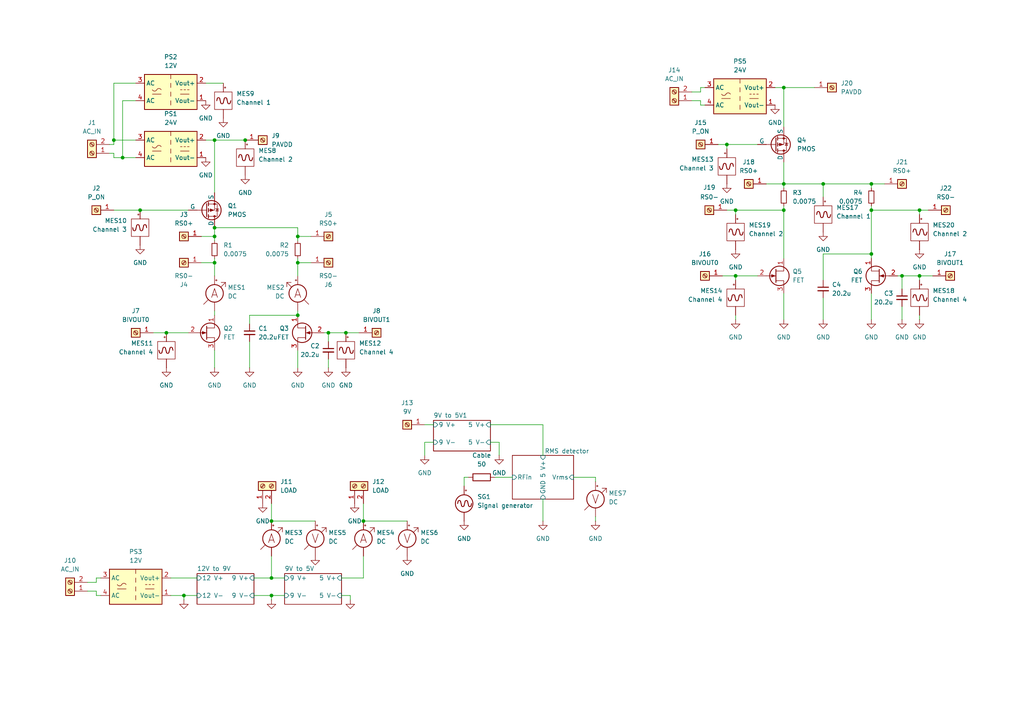
<source format=kicad_sch>
(kicad_sch (version 20250114) (generator "eeschema") (generator_version "9.0")
  (paper "A4")
  (lib_symbols
    (symbol "Connector:Screw_Terminal_01x01" (pin_names (offset 1.016) (hide yes))
      (property "Reference" "J" (at 0 2.54 0))
      (property "Value" "Screw_Terminal_01x01" (at 0 -2.54 0))
      (symbol "Screw_Terminal_01x01_1_1"
        (rectangle (start -1.27 1.27) (end 1.27 -1.27) (stroke (width 0.254)) (fill (type background)))
        (polyline (pts (xy -0.5334 0.3302) (xy 0.3302 -0.508)) (stroke (width 0.1524)))
        (polyline (pts (xy -0.3556 0.508) (xy 0.508 -0.3302)) (stroke (width 0.1524)))
        (circle (center 0 0) (radius 0.635) (stroke (width 0.1524)))
        (pin passive line (at -5.08 0 0) (length 3.81) (name "Pin_1") (number "1"))
      )
    )
    (symbol "Connector:Screw_Terminal_01x02" (pin_names (offset 1.016) (hide yes))
      (property "Reference" "J" (at 0 2.54 0))
      (property "Value" "Screw_Terminal_01x02" (at 0 -5.08 0))
      (symbol "Screw_Terminal_01x02_1_1"
        (rectangle (start -1.27 1.27) (end 1.27 -3.81) (stroke (width 0.254)) (fill (type background)))
        (polyline (pts (xy -0.5334 0.3302) (xy 0.3302 -0.508)) (stroke (width 0.1524)))
        (polyline (pts (xy -0.5334 -2.2098) (xy 0.3302 -3.048)) (stroke (width 0.1524)))
        (polyline (pts (xy -0.3556 0.508) (xy 0.508 -0.3302)) (stroke (width 0.1524)))
        (polyline (pts (xy -0.3556 -2.032) (xy 0.508 -2.8702)) (stroke (width 0.1524)))
        (circle (center 0 0) (radius 0.635) (stroke (width 0.1524)))
        (circle (center 0 -2.54) (radius 0.635) (stroke (width 0.1524)))
        (pin passive line (at -5.08 0 0) (length 3.81) (name "Pin_1") (number "1"))
        (pin passive line (at -5.08 -2.54 0) (length 3.81) (name "Pin_2") (number "2"))
      )
    )
    (symbol "Converter_ACDC:TMLM05103"
      (property "Reference" "PS" (at 0 6.35 0))
      (property "Value" "TMLM05103" (at 0 -6.35 0))
      (symbol "TMLM05103_0_1"
        (rectangle (start -7.62 5.08) (end 7.62 -5.08) (stroke (width 0.254)) (fill (type background)))
        (polyline (pts (xy -5.334 -0.635) (xy -2.794 -0.635)))
        (arc (start -4.064 0.635) (mid -4.699 0.2495) (end -5.334 0.635))
        (arc (start -4.064 0.635) (mid -3.429 1.0072) (end -2.794 0.635))
        (polyline (pts (xy 0 5.08) (xy 0 3.81)))
        (polyline (pts (xy 0 2.54) (xy 0 1.27)))
        (polyline (pts (xy 0 0) (xy 0 -1.27)))
        (polyline (pts (xy 0 -2.54) (xy 0 -3.81)))
        (polyline (pts (xy 2.794 0.635) (xy 3.302 0.635)))
        (polyline (pts (xy 2.794 -0.635) (xy 5.334 -0.635)))
        (polyline (pts (xy 3.81 0.635) (xy 4.318 0.635)))
        (polyline (pts (xy 4.826 0.635) (xy 5.334 0.635)))
      )
      (symbol "TMLM05103_1_1"
        (pin power_in line (at -10.16 2.54 0) (length 2.54) (name "AC") (number "3"))
        (pin power_in line (at -10.16 -2.54 0) (length 2.54) (name "AC") (number "4"))
        (pin power_out line (at 10.16 2.54 180) (length 2.54) (name "Vout+") (number "2"))
        (pin power_out line (at 10.16 -2.54 180) (length 2.54) (name "Vout-") (number "1"))
      )
    )
    (symbol "Device:Ammeter_DC" (pin_numbers (hide yes)) (pin_names (offset 0.0254) (hide yes))
      (property "Reference" "MES" (at -3.302 1.016 0))
      (property "Value" "Ammeter_DC" (at -3.302 -0.762 0))
      (symbol "Ammeter_DC_0_0"
        (polyline (pts (xy -3.175 -3.175) (xy -1.905 -1.905)))
        (polyline (pts (xy 1.905 3.175) (xy 3.175 3.175) (xy 3.175 1.905)))
        (polyline (pts (xy 1.905 1.905) (xy 3.175 3.175)))
        (text "A" (at 0 0 0) (effects (font (size 2.54 2.54))))
      )
      (symbol "Ammeter_DC_0_1"
        (circle (center 0 0) (radius 2.54) (stroke (width 0.254)))
        (polyline (pts (xy 0.254 3.81) (xy 0.762 3.81)))
        (polyline (pts (xy 0.508 4.064) (xy 0.508 3.556)))
      )
      (symbol "Ammeter_DC_1_1"
        (pin passive line (at 0 5.08 270) (length 2.54) (name "+") (number "2"))
        (pin passive line (at 0 -5.08 90) (length 2.54) (name "-") (number "1"))
      )
    )
    (symbol "Device:C_Small" (pin_numbers (hide yes)) (pin_names (offset 0.254) (hide yes))
      (property "Reference" "C" (at 0.254 1.778 0))
      (property "Value" "C_Small" (at 0.254 -2.032 0))
      (symbol "C_Small_0_1"
        (polyline (pts (xy -1.524 0.508) (xy 1.524 0.508)) (stroke (width 0.3048)))
        (polyline (pts (xy -1.524 -0.508) (xy 1.524 -0.508)) (stroke (width 0.3302)))
      )
      (symbol "C_Small_1_1"
        (pin passive line (at 0 2.54 270) (length 2.032) (name "~") (number "1"))
        (pin passive line (at 0 -2.54 90) (length 2.032) (name "~") (number "2"))
      )
    )
    (symbol "Device:Oscilloscope" (pin_numbers (hide yes)) (pin_names (offset 0.0254) (hide yes))
      (property "Reference" "MES" (at -3.302 1.016 0))
      (property "Value" "Oscilloscope" (at -3.302 -0.762 0))
      (symbol "Oscilloscope_0_0"
        (polyline (pts (xy -1.778 0.508) (xy -1.905 0)) (stroke (width 0.254)))
        (arc (start -1.778 0.508) (mid -1.397 0.8874) (end -1.016 0.508) (stroke (width 0.254)))
        (polyline (pts (xy -1.016 0.508) (xy -0.762 -0.508)) (stroke (width 0.254)))
        (arc (start 0 -0.508) (mid -0.381 -0.8874) (end -0.762 -0.508) (stroke (width 0.254)))
        (polyline (pts (xy 0 -0.508) (xy 0.254 0.508)) (stroke (width 0.254)))
        (arc (start 0.254 0.508) (mid 0.635 0.8874) (end 1.016 0.508) (stroke (width 0.254)))
        (polyline (pts (xy 1.016 0.508) (xy 1.27 -0.508)) (stroke (width 0.254)))
        (arc (start 2.032 -0.508) (mid 1.651 -0.8874) (end 1.27 -0.508) (stroke (width 0.254)))
        (polyline (pts (xy 2.032 -0.508) (xy 2.159 0)) (stroke (width 0.254)))
      )
      (symbol "Oscilloscope_0_1"
        (circle (center 0 0) (radius 2.54) (stroke (width 0.254)))
        (polyline (pts (xy 0.254 3.81) (xy 0.762 3.81)))
        (polyline (pts (xy 0.508 4.064) (xy 0.508 3.556)))
      )
      (symbol "Oscilloscope_1_1"
        (pin passive line (at 0 5.08 270) (length 2.54) (name "+") (number "2"))
        (pin passive line (at 0 -5.08 90) (length 2.54) (name "-") (number "1"))
      )
    )
    (symbol "Device:R" (pin_numbers (hide yes)) (pin_names (offset 0))
      (property "Reference" "R" (at 2.032 0 90))
      (property "Value" "R" (at 0 0 90))
      (symbol "R_0_1"
        (rectangle (start -1.016 -2.54) (end 1.016 2.54) (stroke (width 0.254)))
      )
      (symbol "R_1_1"
        (pin passive line (at 0 3.81 270) (length 1.27) (name "~") (number "1"))
        (pin passive line (at 0 -3.81 90) (length 1.27) (name "~") (number "2"))
      )
    )
    (symbol "Device:R_Small" (pin_numbers (hide yes)) (pin_names (offset 0.254) (hide yes))
      (property "Reference" "R" (at 0.762 0.508 0))
      (property "Value" "R_Small" (at 0.762 -1.016 0))
      (symbol "R_Small_0_1"
        (rectangle (start -0.762 1.778) (end 0.762 -1.778) (stroke (width 0.2032)))
      )
      (symbol "R_Small_1_1"
        (pin passive line (at 0 2.54 270) (length 0.762) (name "~") (number "1"))
        (pin passive line (at 0 -2.54 90) (length 0.762) (name "~") (number "2"))
      )
    )
    (symbol "Device:Voltmeter_DC" (pin_numbers (hide yes)) (pin_names (offset 0.0254) (hide yes))
      (property "Reference" "MES" (at -3.302 1.016 0))
      (property "Value" "Voltmeter_DC" (at -3.302 -0.762 0))
      (symbol "Voltmeter_DC_0_0"
        (polyline (pts (xy -3.175 -3.175) (xy -1.905 -1.905)))
        (polyline (pts (xy 1.905 3.175) (xy 3.175 3.175) (xy 3.175 1.905)))
        (polyline (pts (xy 1.905 1.905) (xy 3.175 3.175)))
        (text "V" (at 0 0 0) (effects (font (size 2.54 2.54))))
      )
      (symbol "Voltmeter_DC_0_1"
        (circle (center 0 0) (radius 2.54) (stroke (width 0.254)))
        (polyline (pts (xy 0.254 3.81) (xy 0.762 3.81)))
        (polyline (pts (xy 0.508 4.064) (xy 0.508 3.556)))
      )
      (symbol "Voltmeter_DC_1_1"
        (pin passive line (at 0 5.08 270) (length 2.54) (name "+") (number "2"))
        (pin passive line (at 0 -5.08 90) (length 2.54) (name "-") (number "1"))
      )
    )
    (symbol "New_Library:Oscilloscope_square" (pin_numbers (hide yes)) (pin_names (offset 0.0254) (hide yes))
      (property "Reference" "MES" (at -3.302 1.016 0))
      (property "Value" "Oscilloscope_square" (at -3.302 -0.762 0))
      (symbol "Oscilloscope_square_0_0"
        (polyline (pts (xy -1.778 0.508) (xy -1.905 0)) (stroke (width 0.254)))
        (arc (start -1.778 0.508) (mid -1.397 0.8874) (end -1.016 0.508) (stroke (width 0.254)))
        (polyline (pts (xy -1.016 0.508) (xy -0.762 -0.508)) (stroke (width 0.254)))
        (arc (start 0 -0.508) (mid -0.381 -0.8874) (end -0.762 -0.508) (stroke (width 0.254)))
        (polyline (pts (xy 0 -0.508) (xy 0.254 0.508)) (stroke (width 0.254)))
        (arc (start 0.254 0.508) (mid 0.635 0.8874) (end 1.016 0.508) (stroke (width 0.254)))
        (polyline (pts (xy 1.016 0.508) (xy 1.27 -0.508)) (stroke (width 0.254)))
        (arc (start 2.032 -0.508) (mid 1.651 -0.8874) (end 1.27 -0.508) (stroke (width 0.254)))
        (polyline (pts (xy 2.032 -0.508) (xy 2.159 0)) (stroke (width 0.254)))
      )
      (symbol "Oscilloscope_square_0_1"
        (rectangle (start -2.54 2.54) (end 2.54 -2.54))
        (polyline (pts (xy 0.254 3.81) (xy 0.762 3.81)))
        (polyline (pts (xy 0.508 4.064) (xy 0.508 3.556)))
      )
      (symbol "Oscilloscope_square_1_1"
        (pin passive line (at 0 5.08 270) (length 2.54) (name "+") (number "2"))
        (pin passive line (at 0 -5.08 90) (length 2.54) (name "-") (number "1"))
      )
    )
    (symbol "Simulation_SPICE:PMOS" (pin_numbers (hide yes)) (pin_names (offset 0))
      (property "Reference" "Q" (at 5.08 1.27 0))
      (property "Value" "PMOS" (at 5.08 -1.27 0))
      (symbol "PMOS_0_1"
        (polyline (pts (xy 0.254 1.905) (xy 0.254 -1.905)) (stroke (width 0.254)))
        (polyline (pts (xy 0.254 0) (xy -2.54 0)))
        (polyline (pts (xy 0.762 2.286) (xy 0.762 1.27)) (stroke (width 0.254)))
        (polyline (pts (xy 0.762 1.778) (xy 3.302 1.778) (xy 3.302 -1.778) (xy 0.762 -1.778)))
        (polyline (pts (xy 0.762 0.508) (xy 0.762 -0.508)) (stroke (width 0.254)))
        (polyline (pts (xy 0.762 -1.27) (xy 0.762 -2.286)) (stroke (width 0.254)))
        (circle (center 1.651 0) (radius 2.794) (stroke (width 0.254)))
        (polyline (pts (xy 2.286 0) (xy 1.27 0.381) (xy 1.27 -0.381) (xy 2.286 0)) (fill (type outline)))
        (polyline (pts (xy 2.54 2.54) (xy 2.54 1.778)))
        (circle (center 2.54 1.778) (radius 0.254) (fill (type outline)))
        (circle (center 2.54 -1.778) (radius 0.254) (fill (type outline)))
        (polyline (pts (xy 2.54 -2.54) (xy 2.54 0) (xy 0.762 0)))
        (polyline (pts (xy 2.794 -0.508) (xy 2.921 -0.381) (xy 3.683 -0.381) (xy 3.81 -0.254)))
        (polyline (pts (xy 3.302 -0.381) (xy 2.921 0.254) (xy 3.683 0.254) (xy 3.302 -0.381)))
      )
      (symbol "PMOS_1_1"
        (pin input line (at -5.08 0 0) (length 2.54) (name "G") (number "2"))
        (pin passive line (at 2.54 5.08 270) (length 2.54) (name "D") (number "1"))
        (pin passive line (at 2.54 -5.08 90) (length 2.54) (name "S") (number "3"))
      )
    )
    (symbol "Transistor_FET:BF244A" (pin_names (hide yes))
      (property "Reference" "Q" (at 5.08 1.905 0))
      (property "Value" "BF244A" (at 5.08 0 0))
      (symbol "BF244A_0_1"
        (polyline (pts (xy 0 0) (xy -1.016 0.381) (xy -1.016 -0.381) (xy 0 0)) (fill (type outline)))
        (polyline (pts (xy 0.254 1.905) (xy 0.254 -1.905)) (stroke (width 0.254)))
        (polyline (pts (xy 0.254 0) (xy -2.54 0)))
        (circle (center 1.27 0) (radius 2.8194) (stroke (width 0.254)))
        (polyline (pts (xy 2.54 2.54) (xy 2.54 1.397) (xy 0.254 1.397)))
        (polyline (pts (xy 2.54 -2.54) (xy 2.54 -1.397) (xy 0.254 -1.397)))
      )
      (symbol "BF244A_1_1"
        (pin input line (at -5.08 0 0) (length 2.54) (name "G") (number "2"))
        (pin passive line (at 2.54 5.08 270) (length 2.54) (name "D") (number "1"))
        (pin passive line (at 2.54 -5.08 90) (length 2.54) (name "S") (number "3"))
      )
    )
    (symbol "power:GND" (power) (pin_numbers (hide yes)) (pin_names (offset 0) (hide yes))
      (property "Value" "GND" (at 0 -3.81 0))
      (symbol "GND_0_1"
        (polyline (pts (xy 0 0) (xy 0 -1.27) (xy 1.27 -1.27) (xy 0 -2.54) (xy -1.27 -1.27) (xy 0 -1.27)))
      )
      (symbol "GND_1_1"
        (pin power_in line (at 0 0 270) (length 0) (name "~") (number "1"))
      )
    )
  )
  (junction (at 33.02 40.64))
  (junction (at 100.33 96.52))
  (junction (at 62.23 40.64))
  (junction (at 252.73 60.96))
  (junction (at 266.7 80.01))
  (junction (at 86.36 76.2))
  (junction (at 252.73 73.66))
  (junction (at 86.36 68.58))
  (junction (at 227.33 53.34))
  (junction (at 95.25 96.52))
  (junction (at 252.73 53.34))
  (junction (at 35.56 45.72))
  (junction (at 62.23 76.2))
  (junction (at 261.62 80.01))
  (junction (at 213.36 80.01))
  (junction (at 78.74 151.13))
  (junction (at 48.26 96.52))
  (junction (at 71.12 40.64))
  (junction (at 62.23 68.58))
  (junction (at 78.74 172.72))
  (junction (at 227.33 25.4))
  (junction (at 86.36 91.44))
  (junction (at 213.36 60.96))
  (junction (at 238.76 53.34))
  (junction (at 53.34 172.72))
  (junction (at 78.74 167.64))
  (junction (at 266.7 60.96))
  (junction (at 210.82 41.91))
  (junction (at 40.64 60.96))
  (junction (at 105.41 151.13))
  (junction (at 227.33 60.96))
  (junction (at 62.23 66.04))
  (wire (pts (xy 125.73 128.27) (xy 123.19 128.27)))
  (wire (pts (xy 238.76 73.66) (xy 238.76 81.28)))
  (wire (pts (xy 203.2 26.67) (xy 203.2 25.4)))
  (wire (pts (xy 261.62 80.01) (xy 266.7 80.01)))
  (wire (pts (xy 134.62 138.43) (xy 135.89 138.43)))
  (wire (pts (xy 213.36 60.96) (xy 227.33 60.96)))
  (wire (pts (xy 33.02 41.91) (xy 33.02 40.64)))
  (wire (pts (xy 123.19 128.27) (xy 123.19 132.08)))
  (wire (pts (xy 266.7 60.96) (xy 269.24 60.96)))
  (wire (pts (xy 33.02 44.45) (xy 33.02 45.72)))
  (wire (pts (xy 86.36 91.44) (xy 86.36 90.17)))
  (wire (pts (xy 213.36 91.44) (xy 213.36 92.71)))
  (wire (pts (xy 252.73 73.66) (xy 238.76 73.66)))
  (wire (pts (xy 62.23 66.04) (xy 86.36 66.04)))
  (wire (pts (xy 72.39 91.44) (xy 86.36 91.44)))
  (wire (pts (xy 93.98 96.52) (xy 95.25 96.52)))
  (wire (pts (xy 134.62 140.97) (xy 134.62 138.43)))
  (wire (pts (xy 33.02 60.96) (xy 40.64 60.96)))
  (wire (pts (xy 227.33 25.4) (xy 227.33 36.83)))
  (wire (pts (xy 72.39 91.44) (xy 72.39 93.98)))
  (wire (pts (xy 224.79 25.4) (xy 227.33 25.4)))
  (wire (pts (xy 49.53 167.64) (xy 57.15 167.64)))
  (wire (pts (xy 144.78 128.27) (xy 144.78 132.08)))
  (wire (pts (xy 33.02 24.13) (xy 39.37 24.13)))
  (wire (pts (xy 213.36 60.96) (xy 213.36 62.23)))
  (wire (pts (xy 86.36 76.2) (xy 90.17 76.2)))
  (wire (pts (xy 35.56 45.72) (xy 35.56 29.21)))
  (wire (pts (xy 44.45 96.52) (xy 48.26 96.52)))
  (wire (pts (xy 72.39 99.06) (xy 72.39 106.68)))
  (wire (pts (xy 27.94 171.45) (xy 27.94 172.72)))
  (wire (pts (xy 33.02 40.64) (xy 33.02 24.13)))
  (wire (pts (xy 27.94 167.64) (xy 29.21 167.64)))
  (wire (pts (xy 200.66 29.21) (xy 203.2 29.21)))
  (wire (pts (xy 238.76 53.34) (xy 252.73 53.34)))
  (wire (pts (xy 261.62 80.01) (xy 261.62 83.82)))
  (wire (pts (xy 123.19 123.19) (xy 125.73 123.19)))
  (wire (pts (xy 227.33 60.96) (xy 227.33 74.93)))
  (wire (pts (xy 227.33 53.34) (xy 238.76 53.34)))
  (wire (pts (xy 53.34 172.72) (xy 57.15 172.72)))
  (wire (pts (xy 100.33 96.52) (xy 104.14 96.52)))
  (wire (pts (xy 172.72 138.43) (xy 172.72 139.7)))
  (wire (pts (xy 99.06 172.72) (xy 101.6 172.72)))
  (wire (pts (xy 252.73 59.69) (xy 252.73 60.96)))
  (wire (pts (xy 59.69 40.64) (xy 62.23 40.64)))
  (wire (pts (xy 31.75 44.45) (xy 33.02 44.45)))
  (wire (pts (xy 78.74 161.29) (xy 78.74 167.64)))
  (wire (pts (xy 227.33 53.34) (xy 227.33 54.61)))
  (wire (pts (xy 35.56 45.72) (xy 39.37 45.72)))
  (wire (pts (xy 172.72 151.13) (xy 172.72 149.86)))
  (wire (pts (xy 261.62 88.9) (xy 261.62 92.71)))
  (wire (pts (xy 86.36 74.93) (xy 86.36 76.2)))
  (wire (pts (xy 227.33 92.71) (xy 227.33 85.09)))
  (wire (pts (xy 48.26 96.52) (xy 54.61 96.52)))
  (wire (pts (xy 252.73 92.71) (xy 252.73 85.09)))
  (wire (pts (xy 62.23 68.58) (xy 62.23 69.85)))
  (wire (pts (xy 78.74 172.72) (xy 78.74 173.99)))
  (wire (pts (xy 62.23 74.93) (xy 62.23 76.2)))
  (wire (pts (xy 260.35 80.01) (xy 261.62 80.01)))
  (wire (pts (xy 78.74 167.64) (xy 73.66 167.64)))
  (wire (pts (xy 73.66 172.72) (xy 78.74 172.72)))
  (wire (pts (xy 95.25 96.52) (xy 100.33 96.52)))
  (wire (pts (xy 142.24 123.19) (xy 157.48 123.19)))
  (wire (pts (xy 210.82 41.91) (xy 219.71 41.91)))
  (wire (pts (xy 142.24 128.27) (xy 144.78 128.27)))
  (wire (pts (xy 213.36 81.28) (xy 213.36 80.01)))
  (wire (pts (xy 166.37 138.43) (xy 172.72 138.43)))
  (wire (pts (xy 157.48 123.19) (xy 157.48 132.08)))
  (wire (pts (xy 62.23 91.44) (xy 62.23 90.17)))
  (wire (pts (xy 62.23 66.04) (xy 62.23 68.58)))
  (wire (pts (xy 86.36 76.2) (xy 86.36 80.01)))
  (wire (pts (xy 227.33 46.99) (xy 227.33 53.34)))
  (wire (pts (xy 252.73 60.96) (xy 252.73 73.66)))
  (wire (pts (xy 208.28 41.91) (xy 210.82 41.91)))
  (wire (pts (xy 209.55 80.01) (xy 213.36 80.01)))
  (wire (pts (xy 238.76 53.34) (xy 238.76 57.15)))
  (wire (pts (xy 266.7 80.01) (xy 266.7 81.28)))
  (wire (pts (xy 49.53 172.72) (xy 53.34 172.72)))
  (wire (pts (xy 213.36 80.01) (xy 219.71 80.01)))
  (wire (pts (xy 62.23 76.2) (xy 62.23 80.01)))
  (wire (pts (xy 203.2 25.4) (xy 204.47 25.4)))
  (wire (pts (xy 78.74 146.05) (xy 78.74 151.13)))
  (wire (pts (xy 78.74 167.64) (xy 82.55 167.64)))
  (wire (pts (xy 210.82 60.96) (xy 213.36 60.96)))
  (wire (pts (xy 78.74 172.72) (xy 82.55 172.72)))
  (wire (pts (xy 266.7 80.01) (xy 270.51 80.01)))
  (wire (pts (xy 105.41 167.64) (xy 105.41 161.29)))
  (wire (pts (xy 53.34 172.72) (xy 53.34 173.99)))
  (wire (pts (xy 222.25 53.34) (xy 227.33 53.34)))
  (wire (pts (xy 252.73 73.66) (xy 252.73 74.93)))
  (wire (pts (xy 25.4 171.45) (xy 27.94 171.45)))
  (wire (pts (xy 227.33 59.69) (xy 227.33 60.96)))
  (wire (pts (xy 58.42 68.58) (xy 62.23 68.58)))
  (wire (pts (xy 227.33 25.4) (xy 236.22 25.4)))
  (wire (pts (xy 31.75 41.91) (xy 33.02 41.91)))
  (wire (pts (xy 157.48 144.78) (xy 157.48 151.13)))
  (wire (pts (xy 78.74 151.13) (xy 91.44 151.13)))
  (wire (pts (xy 238.76 86.36) (xy 238.76 92.71)))
  (wire (pts (xy 62.23 106.68) (xy 62.23 101.6)))
  (wire (pts (xy 95.25 96.52) (xy 95.25 99.06)))
  (wire (pts (xy 252.73 60.96) (xy 266.7 60.96)))
  (wire (pts (xy 252.73 53.34) (xy 256.54 53.34)))
  (wire (pts (xy 99.06 167.64) (xy 105.41 167.64)))
  (wire (pts (xy 266.7 60.96) (xy 266.7 62.23)))
  (wire (pts (xy 62.23 40.64) (xy 62.23 55.88)))
  (wire (pts (xy 86.36 68.58) (xy 86.36 66.04)))
  (wire (pts (xy 95.25 104.14) (xy 95.25 106.68)))
  (wire (pts (xy 58.42 76.2) (xy 62.23 76.2)))
  (wire (pts (xy 86.36 68.58) (xy 86.36 69.85)))
  (wire (pts (xy 27.94 172.72) (xy 29.21 172.72)))
  (wire (pts (xy 25.4 168.91) (xy 27.94 168.91)))
  (wire (pts (xy 266.7 92.71) (xy 266.7 91.44)))
  (wire (pts (xy 86.36 68.58) (xy 90.17 68.58)))
  (wire (pts (xy 252.73 53.34) (xy 252.73 54.61)))
  (wire (pts (xy 105.41 151.13) (xy 118.11 151.13)))
  (wire (pts (xy 59.69 24.13) (xy 64.77 24.13)))
  (wire (pts (xy 105.41 146.05) (xy 105.41 151.13)))
  (wire (pts (xy 86.36 101.6) (xy 86.36 106.68)))
  (wire (pts (xy 200.66 26.67) (xy 203.2 26.67)))
  (wire (pts (xy 203.2 29.21) (xy 203.2 30.48)))
  (wire (pts (xy 35.56 29.21) (xy 39.37 29.21)))
  (wire (pts (xy 143.51 138.43) (xy 148.59 138.43)))
  (wire (pts (xy 33.02 40.64) (xy 39.37 40.64)))
  (wire (pts (xy 101.6 172.72) (xy 101.6 173.99)))
  (wire (pts (xy 210.82 43.18) (xy 210.82 41.91)))
  (wire (pts (xy 27.94 168.91) (xy 27.94 167.64)))
  (wire (pts (xy 33.02 45.72) (xy 35.56 45.72)))
  (wire (pts (xy 203.2 30.48) (xy 204.47 30.48)))
  (wire (pts (xy 62.23 40.64) (xy 71.12 40.64)))
  (wire (pts (xy 40.64 60.96) (xy 54.61 60.96)))
  (symbol (lib_id "Simulation_SPICE:PMOS") (at 224.79 41.91 0) (mirror x) (unit 1)
    (property "Reference" "Q4" (at 231.14 40.6399 0) (effects (justify left)))
    (property "Value" "PMOS" (at 231.14 43.1799 0) (effects (justify left)))
    (property "Footprint" "Package_TO_SOT_SMD:TO-263-2" (effects (hide yes)))
    (property "Datasheet" "https://ngspice.sourceforge.io/docs/ngspice-html-manual/manual.xhtml#cha_MOSFETs" (effects (hide yes)))
    (property "Description" "P-MOSFET transistor, drain/source/gate" (effects (hide yes)))
    (property "Sim.Device" "PMOS" (effects (hide yes)))
    (property "Sim.Type" "VDMOS" (effects (hide yes)))
    (property "Sim.Pins" "1=G 2=D 3=S" (effects (hide yes)))
  )
  (symbol (lib_id "power:GND") (at 210.82 53.34 0) (unit 1)
    (property "Reference" "#PWR010" (effects (hide yes)))
    (property "Value" "GND" (at 210.82 58.42 0))
    (property "Description" "Power symbol creates a global label with name \"GND\" , ground" (effects (hide yes)))
  )
  (symbol (lib_id "Device:Ammeter_DC") (at 86.36 85.09 0) (mirror y) (unit 1)
    (property "Reference" "MES2" (at 82.55 83.3754 0) (effects (justify left)))
    (property "Value" "DC" (at 82.55 85.9154 0) (effects (justify left)))
    (property "Description" "DC ammeter" (effects (hide yes)))
  )
  (symbol (lib_id "Device:Voltmeter_DC") (at 118.11 156.21 0) (unit 1)
    (property "Reference" "MES6" (at 121.92 154.4954 0) (effects (justify left)))
    (property "Value" "DC" (at 121.92 157.0354 0) (effects (justify left)))
    (property "Description" "DC voltmeter" (effects (hide yes)))
  )
  (symbol (lib_id "New_Library:Oscilloscope_square") (at 213.36 67.31 0) (unit 1)
    (property "Reference" "MES19" (at 217.17 65.2779 0) (effects (justify left)))
    (property "Value" "Channel 2" (at 217.17 67.8179 0) (effects (justify left)))
    (property "Description" "Oscilloscope" (effects (hide yes)))
  )
  (symbol (lib_id "power:GND") (at 252.73 92.71 0) (unit 1)
    (property "Reference" "#PWR018" (effects (hide yes)))
    (property "Value" "GND" (at 252.73 97.79 0))
    (property "Description" "Power symbol creates a global label with name \"GND\" , ground" (effects (hide yes)))
  )
  (symbol (lib_id "power:GND") (at 157.48 151.13 0) (unit 1)
    (property "Reference" "#PWR033" (effects (hide yes)))
    (property "Value" "GND" (at 157.48 156.21 0))
    (property "Description" "Power symbol creates a global label with name \"GND\" , ground" (effects (hide yes)))
  )
  (symbol (lib_id "power:GND") (at 102.87 146.05 0) (unit 1)
    (property "Reference" "#PWR028" (effects (hide yes)))
    (property "Value" "GND" (at 102.87 151.13 0))
    (property "Description" "Power symbol creates a global label with name \"GND\" , ground" (effects (hide yes)))
  )
  (symbol (lib_id "Converter_ACDC:TMLM05103") (at 214.63 27.94 0) (unit 1)
    (property "Reference" "PS5" (at 214.63 17.78 0))
    (property "Value" "24V" (at 214.63 20.32 0))
    (property "Footprint" "Converter_ACDC:Converter_ACDC_TRACO_TMLM-05_THT" (effects (hide yes)))
    (property "Datasheet" "https://www.tracopower.com/products/tmlm.pdf" (effects (hide yes)))
    (property "Description" "3.3V 1250mA AC/DC low noise power module" (effects (hide yes)))
  )
  (symbol (lib_id "Device:C_Small") (at 95.25 101.6 0) (mirror y) (unit 1)
    (property "Reference" "C2" (at 92.71 100.3362 0) (effects (justify left)))
    (property "Value" "20.2u" (at 92.71 102.8762 0) (effects (justify left)))
    (property "Description" "Unpolarized capacitor, small symbol" (effects (hide yes)))
  )
  (symbol (lib_id "power:GND") (at 144.78 132.08 0) (unit 1)
    (property "Reference" "#PWR034" (effects (hide yes)))
    (property "Value" "GND" (at 144.78 137.16 0))
    (property "Description" "Power symbol creates a global label with name \"GND\" , ground" (effects (hide yes)))
  )
  (symbol (lib_id "Device:Ammeter_DC") (at 78.74 156.21 0) (unit 1)
    (property "Reference" "MES3" (at 82.55 154.4954 0) (effects (justify left)))
    (property "Value" "DC" (at 82.55 157.0354 0) (effects (justify left)))
    (property "Description" "DC ammeter" (effects (hide yes)))
  )
  (symbol (lib_id "Connector:Screw_Terminal_01x01") (at 205.74 60.96 180) (unit 1)
    (property "Reference" "J19" (at 205.74 54.356 0))
    (property "Value" "RS0-" (at 205.74 57.15 0))
    (property "Description" "Generic screw terminal, single row, 01x01, script generated (kicad-library-utils/schlib/autogen/connector/)" (effects (hide yes)))
  )
  (symbol (lib_id "power:GND") (at 123.19 132.08 0) (unit 1)
    (property "Reference" "#PWR035" (effects (hide yes)))
    (property "Value" "GND" (at 123.19 137.16 0))
    (property "Description" "Power symbol creates a global label with name \"GND\" , ground" (effects (hide yes)))
  )
  (symbol (lib_id "Device:R_Small") (at 252.73 57.15 0) (mirror y) (unit 1)
    (property "Reference" "R4" (at 250.19 55.8799 0) (effects (justify left)))
    (property "Value" "0.0075" (at 250.19 58.4199 0) (effects (justify left)))
    (property "Footprint" "Resistor_SMD:R_2512_6332Metric" (effects (hide yes)))
    (property "Description" "Resistor, small symbol" (effects (hide yes)))
  )
  (symbol (lib_id "Connector:Screw_Terminal_01x02") (at 195.58 29.21 180) (unit 1)
    (property "Reference" "J14" (at 195.58 20.32 0))
    (property "Value" "AC_IN" (at 195.58 22.86 0))
    (property "Description" "Generic screw terminal, single row, 01x02, script generated (kicad-library-utils/schlib/autogen/connector/)" (effects (hide yes)))
  )
  (symbol (lib_id "power:GND") (at 238.76 92.71 0) (unit 1)
    (property "Reference" "#PWR016" (effects (hide yes)))
    (property "Value" "GND" (at 238.76 97.79 0))
    (property "Description" "Power symbol creates a global label with name \"GND\" , ground" (effects (hide yes)))
  )
  (symbol (lib_id "Connector:Screw_Terminal_01x01") (at 274.32 60.96 0) (mirror x) (unit 1)
    (property "Reference" "J22" (at 274.32 54.61 0))
    (property "Value" "RS0-" (at 274.32 57.15 0))
    (property "Description" "Generic screw terminal, single row, 01x01, script generated (kicad-library-utils/schlib/autogen/connector/)" (effects (hide yes)))
  )
  (symbol (lib_id "Device:R_Small") (at 227.33 57.15 0) (unit 1)
    (property "Reference" "R3" (at 229.87 55.8799 0) (effects (justify left)))
    (property "Value" "0.0075" (at 229.87 58.4199 0) (effects (justify left)))
    (property "Footprint" "Resistor_SMD:R_2512_6332Metric" (effects (hide yes)))
    (property "Description" "Resistor, small symbol" (effects (hide yes)))
  )
  (symbol (lib_id "power:GND") (at 62.23 106.68 0) (unit 1)
    (property "Reference" "#PWR02" (effects (hide yes)))
    (property "Value" "GND" (at 62.23 111.76 0))
    (property "Description" "Power symbol creates a global label with name \"GND\" , ground" (effects (hide yes)))
  )
  (symbol (lib_id "Device:C_Small") (at 72.39 96.52 0) (unit 1)
    (property "Reference" "C1" (at 74.93 95.2562 0) (effects (justify left)))
    (property "Value" "20.2u" (at 74.93 97.7962 0) (effects (justify left)))
    (property "Description" "Unpolarized capacitor, small symbol" (effects (hide yes)))
  )
  (symbol (lib_id "power:GND") (at 71.12 50.8 0) (unit 1)
    (property "Reference" "#PWR04" (effects (hide yes)))
    (property "Value" "GND" (at 71.12 55.88 0))
    (property "Description" "Power symbol creates a global label with name \"GND\" , ground" (effects (hide yes)))
  )
  (symbol (lib_id "Transistor_FET:BF244A") (at 88.9 96.52 0) (mirror y) (unit 1)
    (property "Reference" "Q3" (at 83.82 95.2499 0) (effects (justify left)))
    (property "Value" "FET" (at 83.82 97.7899 0) (effects (justify left)))
    (property "Footprint" "Package_TO_SOT_THT:TO-92_Inline" (effects (hide yes)))
    (property "Datasheet" "https://media.digikey.com/pdf/Data%20Sheets/Fairchild%20PDFs/BF244x.pdf" (effects (hide yes)))
    (property "Description" "50mA Id, 30V Vgs, N-Channel FET Transistor, TO-92" (effects (hide yes)))
  )
  (symbol (lib_id "Connector:Screw_Terminal_01x01") (at 95.25 68.58 0) (mirror x) (unit 1)
    (property "Reference" "J5" (at 95.25 62.23 0))
    (property "Value" "RS0+" (at 95.25 64.77 0))
    (property "Description" "Generic screw terminal, single row, 01x01, script generated (kicad-library-utils/schlib/autogen/connector/)" (effects (hide yes)))
  )
  (symbol (lib_id "Device:Voltmeter_DC") (at 172.72 144.78 0) (unit 1)
    (property "Reference" "MES7" (at 176.53 143.0654 0) (effects (justify left)))
    (property "Value" "DC" (at 176.53 145.6054 0) (effects (justify left)))
    (property "Description" "DC voltmeter" (effects (hide yes)))
  )
  (symbol (lib_id "power:GND") (at 91.44 161.29 0) (unit 1)
    (property "Reference" "#PWR029" (effects (hide yes)))
    (property "Value" "GND" (effects (hide yes)))
    (property "Description" "Power symbol creates a global label with name \"GND\" , ground" (effects (hide yes)))
  )
  (symbol (lib_id "New_Library:Oscilloscope_square") (at 266.7 86.36 0) (unit 1)
    (property "Reference" "MES18" (at 270.51 84.3279 0) (effects (justify left)))
    (property "Value" "Channel 4" (at 270.51 86.8679 0) (effects (justify left)))
    (property "Description" "Oscilloscope" (effects (hide yes)))
  )
  (symbol (lib_id "Connector:Screw_Terminal_01x02") (at 76.2 140.97 90) (unit 1)
    (property "Reference" "J11" (at 81.28 139.6999 90) (effects (justify right)))
    (property "Value" "LOAD" (at 81.28 142.2399 90) (effects (justify right)))
    (property "Description" "Generic screw terminal, single row, 01x02, script generated (kicad-library-utils/schlib/autogen/connector/)" (effects (hide yes)))
  )
  (symbol (lib_id "New_Library:Oscilloscope_square") (at 210.82 48.26 0) (mirror y) (unit 1)
    (property "Reference" "MES13" (at 207.01 46.2279 0) (effects (justify left)))
    (property "Value" "Channel 3" (at 207.01 48.7679 0) (effects (justify left)))
    (property "Description" "Oscilloscope" (effects (hide yes)))
  )
  (symbol (lib_id "Connector:Screw_Terminal_01x01") (at 109.22 96.52 0) (mirror x) (unit 1)
    (property "Reference" "J8" (at 109.22 90.17 0))
    (property "Value" "BIVOUT1" (at 109.22 92.71 0))
    (property "Description" "Generic screw terminal, single row, 01x01, script generated (kicad-library-utils/schlib/autogen/connector/)" (effects (hide yes)))
  )
  (symbol (lib_id "Transistor_FET:BF244A") (at 255.27 80.01 0) (mirror y) (unit 1)
    (property "Reference" "Q6" (at 250.19 78.7399 0) (effects (justify left)))
    (property "Value" "FET" (at 250.19 81.2799 0) (effects (justify left)))
    (property "Footprint" "Package_TO_SOT_THT:TO-92_Inline" (effects (hide yes)))
    (property "Datasheet" "https://media.digikey.com/pdf/Data%20Sheets/Fairchild%20PDFs/BF244x.pdf" (effects (hide yes)))
    (property "Description" "50mA Id, 30V Vgs, N-Channel FET Transistor, TO-92" (effects (hide yes)))
  )
  (symbol (lib_id "Converter_ACDC:TMLM05103") (at 39.37 170.18 0) (unit 1)
    (property "Reference" "PS3" (at 39.37 160.02 0))
    (property "Value" "12V" (at 39.37 162.56 0))
    (property "Footprint" "Converter_ACDC:Converter_ACDC_TRACO_TMLM-05_THT" (effects (hide yes)))
    (property "Datasheet" "https://www.tracopower.com/products/tmlm.pdf" (effects (hide yes)))
    (property "Description" "3.3V 1250mA AC/DC low noise power module" (effects (hide yes)))
  )
  (symbol (lib_id "Connector:Screw_Terminal_01x01") (at 204.47 80.01 180) (unit 1)
    (property "Reference" "J16" (at 204.47 73.66 0))
    (property "Value" "BIVOUT0" (at 204.47 76.2 0))
    (property "Description" "Generic screw terminal, single row, 01x01, script generated (kicad-library-utils/schlib/autogen/connector/)" (effects (hide yes)))
  )
  (symbol (lib_id "Connector:Screw_Terminal_01x01") (at 39.37 96.52 180) (unit 1)
    (property "Reference" "J7" (at 39.37 90.17 0))
    (property "Value" "BIVOUT0" (at 39.37 92.71 0))
    (property "Description" "Generic screw terminal, single row, 01x01, script generated (kicad-library-utils/schlib/autogen/connector/)" (effects (hide yes)))
  )
  (symbol (lib_id "Connector:Screw_Terminal_01x02") (at 20.32 171.45 180) (unit 1)
    (property "Reference" "J10" (at 20.32 162.56 0))
    (property "Value" "AC_IN" (at 20.32 165.1 0))
    (property "Description" "Generic screw terminal, single row, 01x02, script generated (kicad-library-utils/schlib/autogen/connector/)" (effects (hide yes)))
  )
  (symbol (lib_id "New_Library:Oscilloscope_square") (at 64.77 29.21 0) (unit 1)
    (property "Reference" "MES9" (at 68.58 27.1779 0) (effects (justify left)))
    (property "Value" "Channel 1" (at 68.58 29.7179 0) (effects (justify left)))
    (property "Description" "Oscilloscope" (effects (hide yes)))
  )
  (symbol (lib_id "Connector:Screw_Terminal_01x02") (at 102.87 140.97 90) (unit 1)
    (property "Reference" "J12" (at 107.95 139.6999 90) (effects (justify right)))
    (property "Value" "LOAD" (at 107.95 142.2399 90) (effects (justify right)))
    (property "Description" "Generic screw terminal, single row, 01x02, script generated (kicad-library-utils/schlib/autogen/connector/)" (effects (hide yes)))
  )
  (symbol (lib_id "power:GND") (at 64.77 34.29 0) (unit 1)
    (property "Reference" "#PWR09" (effects (hide yes)))
    (property "Value" "GND" (at 64.77 39.37 0))
    (property "Description" "Power symbol creates a global label with name \"GND\" , ground" (effects (hide yes)))
  )
  (symbol (lib_id "power:GND") (at 266.7 72.39 0) (unit 1)
    (property "Reference" "#PWR021" (effects (hide yes)))
    (property "Value" "GND" (at 266.7 77.47 0))
    (property "Description" "Power symbol creates a global label with name \"GND\" , ground" (effects (hide yes)))
  )
  (symbol (lib_id "Connector:Screw_Terminal_01x01") (at 76.2 40.64 0) (unit 1)
    (property "Reference" "J9" (at 78.74 39.3699 0) (effects (justify left)))
    (property "Value" "PAVDD" (at 78.74 41.9099 0) (effects (justify left)))
    (property "Description" "Generic screw terminal, single row, 01x01, script generated (kicad-library-utils/schlib/autogen/connector/)" (effects (hide yes)))
  )
  (symbol (lib_id "Transistor_FET:BF244A") (at 224.79 80.01 0) (unit 1)
    (property "Reference" "Q5" (at 229.87 78.7399 0) (effects (justify left)))
    (property "Value" "FET" (at 229.87 81.2799 0) (effects (justify left)))
    (property "Footprint" "Package_TO_SOT_THT:TO-92_Inline" (effects (hide yes)))
    (property "Datasheet" "https://media.digikey.com/pdf/Data%20Sheets/Fairchild%20PDFs/BF244x.pdf" (effects (hide yes)))
    (property "Description" "50mA Id, 30V Vgs, N-Channel FET Transistor, TO-92" (effects (hide yes)))
  )
  (symbol (lib_id "Transistor_FET:BF244A") (at 59.69 96.52 0) (unit 1)
    (property "Reference" "Q2" (at 64.77 95.2499 0) (effects (justify left)))
    (property "Value" "FET" (at 64.77 97.7899 0) (effects (justify left)))
    (property "Footprint" "Package_TO_SOT_THT:TO-92_Inline" (effects (hide yes)))
    (property "Datasheet" "https://media.digikey.com/pdf/Data%20Sheets/Fairchild%20PDFs/BF244x.pdf" (effects (hide yes)))
    (property "Description" "50mA Id, 30V Vgs, N-Channel FET Transistor, TO-92" (effects (hide yes)))
  )
  (symbol (lib_id "power:GND") (at 172.72 151.13 0) (unit 1)
    (property "Reference" "#PWR036" (effects (hide yes)))
    (property "Value" "GND" (at 172.72 156.21 0))
    (property "Description" "Power symbol creates a global label with name \"GND\" , ground" (effects (hide yes)))
  )
  (symbol (lib_id "power:GND") (at 266.7 92.71 0) (mirror y) (unit 1)
    (property "Reference" "#PWR017" (effects (hide yes)))
    (property "Value" "GND" (at 266.7 97.79 0))
    (property "Description" "Power symbol creates a global label with name \"GND\" , ground" (effects (hide yes)))
  )
  (symbol (lib_id "New_Library:Oscilloscope_square") (at 213.36 86.36 0) (mirror y) (unit 1)
    (property "Reference" "MES14" (at 209.55 84.3279 0) (effects (justify left)))
    (property "Value" "Channel 4" (at 209.55 86.8679 0) (effects (justify left)))
    (property "Description" "Oscilloscope" (effects (hide yes)))
  )
  (symbol (lib_id "power:GND") (at 59.69 29.21 0) (unit 1)
    (property "Reference" "#PWR08" (effects (hide yes)))
    (property "Value" "GND" (at 59.69 34.29 0))
    (property "Description" "Power symbol creates a global label with name \"GND\" , ground" (effects (hide yes)))
  )
  (symbol (lib_id "power:GND") (at 118.11 161.29 0) (unit 1)
    (property "Reference" "#PWR026" (effects (hide yes)))
    (property "Value" "GND" (at 118.11 166.37 0))
    (property "Description" "Power symbol creates a global label with name \"GND\" , ground" (effects (hide yes)))
  )
  (symbol (lib_id "power:GND") (at 48.26 106.68 0) (unit 1)
    (property "Reference" "#PWR06" (effects (hide yes)))
    (property "Value" "GND" (at 48.26 111.76 0))
    (property "Description" "Power symbol creates a global label with name \"GND\" , ground" (effects (hide yes)))
  )
  (symbol (lib_id "power:GND") (at 238.76 67.31 0) (unit 1)
    (property "Reference" "#PWR019" (effects (hide yes)))
    (property "Value" "GND" (at 238.76 72.39 0))
    (property "Description" "Power symbol creates a global label with name \"GND\" , ground" (effects (hide yes)))
  )
  (symbol (lib_id "New_Library:Oscilloscope_square") (at 266.7 67.31 0) (unit 1)
    (property "Reference" "MES20" (at 270.51 65.2779 0) (effects (justify left)))
    (property "Value" "Channel 2" (at 270.51 67.8179 0) (effects (justify left)))
    (property "Description" "Oscilloscope" (effects (hide yes)))
  )
  (symbol (lib_id "Device:Ammeter_DC") (at 105.41 156.21 0) (unit 1)
    (property "Reference" "MES4" (at 109.22 154.4954 0) (effects (justify left)))
    (property "Value" "DC" (at 109.22 157.0354 0) (effects (justify left)))
    (property "Description" "DC ammeter" (effects (hide yes)))
  )
  (symbol (lib_id "Device:R_Small") (at 62.23 72.39 0) (unit 1)
    (property "Reference" "R1" (at 64.77 71.1199 0) (effects (justify left)))
    (property "Value" "0.0075" (at 64.77 73.6599 0) (effects (justify left)))
    (property "Footprint" "Resistor_SMD:R_2512_6332Metric" (effects (hide yes)))
    (property "Description" "Resistor, small symbol" (effects (hide yes)))
  )
  (symbol (lib_id "Connector:Screw_Terminal_01x01") (at 53.34 68.58 180) (unit 1)
    (property "Reference" "J3" (at 53.34 62.23 0))
    (property "Value" "RS0+" (at 53.34 64.77 0))
    (property "Description" "Generic screw terminal, single row, 01x01, script generated (kicad-library-utils/schlib/autogen/connector/)" (effects (hide yes)))
  )
  (symbol (lib_id "power:GND") (at 72.39 106.68 0) (unit 1)
    (property "Reference" "#PWR012" (effects (hide yes)))
    (property "Value" "GND" (at 72.39 111.76 0))
    (property "Description" "Power symbol creates a global label with name \"GND\" , ground" (effects (hide yes)))
  )
  (symbol (lib_id "power:GND") (at 95.25 106.68 0) (unit 1)
    (property "Reference" "#PWR014" (effects (hide yes)))
    (property "Value" "GND" (at 95.25 111.76 0))
    (property "Description" "Power symbol creates a global label with name \"GND\" , ground" (effects (hide yes)))
  )
  (symbol (lib_id "power:GND") (at 78.74 173.99 0) (unit 1)
    (property "Reference" "#PWR030" (effects (hide yes)))
    (property "Value" "GND" (effects (hide yes)))
    (property "Description" "Power symbol creates a global label with name \"GND\" , ground" (effects (hide yes)))
  )
  (symbol (lib_id "Device:Oscilloscope") (at 134.62 146.05 0) (unit 1)
    (property "Reference" "SG1" (at 138.43 144.0814 0) (effects (justify left)))
    (property "Value" "Signal generator" (at 138.43 146.6214 0) (effects (justify left)))
    (property "Description" "Oscilloscope" (effects (hide yes)))
  )
  (symbol (lib_id "Connector:Screw_Terminal_01x01") (at 275.59 80.01 0) (mirror x) (unit 1)
    (property "Reference" "J17" (at 275.59 73.66 0))
    (property "Value" "BIVOUT1" (at 275.59 76.2 0))
    (property "Description" "Generic screw terminal, single row, 01x01, script generated (kicad-library-utils/schlib/autogen/connector/)" (effects (hide yes)))
  )
  (symbol (lib_id "power:GND") (at 86.36 106.68 0) (unit 1)
    (property "Reference" "#PWR01" (effects (hide yes)))
    (property "Value" "GND" (at 86.36 111.76 0))
    (property "Description" "Power symbol creates a global label with name \"GND\" , ground" (effects (hide yes)))
  )
  (symbol (lib_id "New_Library:Oscilloscope_square") (at 71.12 45.72 0) (unit 1)
    (property "Reference" "MES8" (at 74.93 43.6879 0) (effects (justify left)))
    (property "Value" "Channel 2" (at 74.93 46.2279 0) (effects (justify left)))
    (property "Description" "Oscilloscope" (effects (hide yes)))
  )
  (symbol (lib_id "Simulation_SPICE:PMOS") (at 59.69 60.96 0) (mirror x) (unit 1)
    (property "Reference" "Q1" (at 66.04 59.6899 0) (effects (justify left)))
    (property "Value" "PMOS" (at 66.04 62.2299 0) (effects (justify left)))
    (property "Footprint" "Package_TO_SOT_SMD:TO-263-2" (effects (hide yes)))
    (property "Datasheet" "https://ngspice.sourceforge.io/docs/ngspice-html-manual/manual.xhtml#cha_MOSFETs" (effects (hide yes)))
    (property "Description" "P-MOSFET transistor, drain/source/gate" (effects (hide yes)))
    (property "Sim.Device" "PMOS" (effects (hide yes)))
    (property "Sim.Type" "VDMOS" (effects (hide yes)))
    (property "Sim.Pins" "1=G 2=D 3=S" (effects (hide yes)))
  )
  (symbol (lib_id "New_Library:Oscilloscope_square") (at 40.64 66.04 0) (mirror y) (unit 1)
    (property "Reference" "MES10" (at 36.83 64.0079 0) (effects (justify left)))
    (property "Value" "Channel 3" (at 36.83 66.5479 0) (effects (justify left)))
    (property "Description" "Oscilloscope" (effects (hide yes)))
  )
  (symbol (lib_id "power:GND") (at 101.6 173.99 0) (unit 1)
    (property "Reference" "#PWR025" (effects (hide yes)))
    (property "Value" "GND" (effects (hide yes)))
    (property "Description" "Power symbol creates a global label with name \"GND\" , ground" (effects (hide yes)))
  )
  (symbol (lib_id "power:GND") (at 227.33 92.71 0) (unit 1)
    (property "Reference" "#PWR015" (effects (hide yes)))
    (property "Value" "GND" (at 227.33 97.79 0))
    (property "Description" "Power symbol creates a global label with name \"GND\" , ground" (effects (hide yes)))
  )
  (symbol (lib_id "power:GND") (at 134.62 151.13 0) (unit 1)
    (property "Reference" "#PWR032" (effects (hide yes)))
    (property "Value" "GND" (at 134.62 156.21 0))
    (property "Description" "Power symbol creates a global label with name \"GND\" , ground" (effects (hide yes)))
  )
  (symbol (lib_id "power:GND") (at 100.33 106.68 0) (unit 1)
    (property "Reference" "#PWR07" (effects (hide yes)))
    (property "Value" "GND" (at 100.33 111.76 0))
    (property "Description" "Power symbol creates a global label with name \"GND\" , ground" (effects (hide yes)))
  )
  (symbol (lib_id "Connector:Screw_Terminal_01x02") (at 26.67 44.45 180) (unit 1)
    (property "Reference" "J1" (at 26.67 35.56 0))
    (property "Value" "AC_IN" (at 26.67 38.1 0))
    (property "Description" "Generic screw terminal, single row, 01x02, script generated (kicad-library-utils/schlib/autogen/connector/)" (effects (hide yes)))
  )
  (symbol (lib_id "New_Library:Oscilloscope_square") (at 238.76 62.23 0) (unit 1)
    (property "Reference" "MES17" (at 242.57 60.1979 0) (effects (justify left)))
    (property "Value" "Channel 1" (at 242.57 62.7379 0) (effects (justify left)))
    (property "Description" "Oscilloscope" (effects (hide yes)))
  )
  (symbol (lib_id "power:GND") (at 53.34 173.99 0) (unit 1)
    (property "Reference" "#PWR031" (effects (hide yes)))
    (property "Value" "GND" (effects (hide yes)))
    (property "Description" "Power symbol creates a global label with name \"GND\" , ground" (effects (hide yes)))
  )
  (symbol (lib_id "Connector:Screw_Terminal_01x01") (at 118.11 123.19 180) (unit 1)
    (property "Reference" "J13" (at 118.11 116.84 0))
    (property "Value" "9V" (at 118.11 119.38 0))
    (property "Description" "Generic screw terminal, single row, 01x01, script generated (kicad-library-utils/schlib/autogen/connector/)" (effects (hide yes)))
  )
  (symbol (lib_id "power:GND") (at 213.36 92.71 0) (unit 1)
    (property "Reference" "#PWR011" (effects (hide yes)))
    (property "Value" "GND" (at 213.36 97.79 0))
    (property "Description" "Power symbol creates a global label with name \"GND\" , ground" (effects (hide yes)))
  )
  (symbol (lib_id "power:GND") (at 59.69 45.72 0) (unit 1)
    (property "Reference" "#PWR03" (effects (hide yes)))
    (property "Value" "GND" (at 59.69 50.8 0))
    (property "Description" "Power symbol creates a global label with name \"GND\" , ground" (effects (hide yes)))
  )
  (symbol (lib_id "New_Library:Oscilloscope_square") (at 48.26 101.6 0) (mirror y) (unit 1)
    (property "Reference" "MES11" (at 44.45 99.5679 0) (effects (justify left)))
    (property "Value" "Channel 4" (at 44.45 102.1079 0) (effects (justify left)))
    (property "Description" "Oscilloscope" (effects (hide yes)))
  )
  (symbol (lib_id "Connector:Screw_Terminal_01x01") (at 95.25 76.2 0) (unit 1)
    (property "Reference" "J6" (at 95.25 82.55 0))
    (property "Value" "RS0-" (at 95.25 80.01 0))
    (property "Description" "Generic screw terminal, single row, 01x01, script generated (kicad-library-utils/schlib/autogen/connector/)" (effects (hide yes)))
  )
  (symbol (lib_id "Device:C_Small") (at 238.76 83.82 0) (unit 1)
    (property "Reference" "C4" (at 241.3 82.5562 0) (effects (justify left)))
    (property "Value" "20.2u" (at 241.3 85.0962 0) (effects (justify left)))
    (property "Description" "Unpolarized capacitor, small symbol" (effects (hide yes)))
  )
  (symbol (lib_id "power:GND") (at 213.36 72.39 0) (unit 1)
    (property "Reference" "#PWR020" (effects (hide yes)))
    (property "Value" "GND" (at 213.36 77.47 0))
    (property "Description" "Power symbol creates a global label with name \"GND\" , ground" (effects (hide yes)))
  )
  (symbol (lib_id "Device:R_Small") (at 86.36 72.39 0) (mirror y) (unit 1)
    (property "Reference" "R2" (at 83.82 71.1199 0) (effects (justify left)))
    (property "Value" "0.0075" (at 83.82 73.6599 0) (effects (justify left)))
    (property "Footprint" "Resistor_SMD:R_2512_6332Metric" (effects (hide yes)))
    (property "Description" "Resistor, small symbol" (effects (hide yes)))
  )
  (symbol (lib_id "Converter_ACDC:TMLM05103") (at 49.53 26.67 0) (unit 1)
    (property "Reference" "PS2" (at 49.53 16.51 0))
    (property "Value" "12V" (at 49.53 19.05 0))
    (property "Footprint" "Converter_ACDC:Converter_ACDC_TRACO_TMLM-05_THT" (effects (hide yes)))
    (property "Datasheet" "https://www.tracopower.com/products/tmlm.pdf" (effects (hide yes)))
    (property "Description" "3.3V 1250mA AC/DC low noise power module" (effects (hide yes)))
  )
  (symbol (lib_id "power:GND") (at 224.79 30.48 0) (unit 1)
    (property "Reference" "#PWR013" (effects (hide yes)))
    (property "Value" "GND" (at 224.79 35.56 0))
    (property "Description" "Power symbol creates a global label with name \"GND\" , ground" (effects (hide yes)))
  )
  (symbol (lib_id "Connector:Screw_Terminal_01x01") (at 27.94 60.96 180) (unit 1)
    (property "Reference" "J2" (at 27.94 54.61 0))
    (property "Value" "P_ON" (at 27.94 57.15 0))
    (property "Description" "Generic screw terminal, single row, 01x01, script generated (kicad-library-utils/schlib/autogen/connector/)" (effects (hide yes)))
  )
  (symbol (lib_id "Device:C_Small") (at 261.62 86.36 0) (mirror y) (unit 1)
    (property "Reference" "C3" (at 259.08 85.0962 0) (effects (justify left)))
    (property "Value" "20.2u" (at 259.08 87.6362 0) (effects (justify left)))
    (property "Description" "Unpolarized capacitor, small symbol" (effects (hide yes)))
  )
  (symbol (lib_id "Device:R") (at 139.7 138.43 90) (unit 1)
    (property "Reference" "Cable" (at 139.7 132.08 90))
    (property "Value" "50" (at 139.7 134.62 90))
    (property "Description" "Resistor" (effects (hide yes)))
  )
  (symbol (lib_id "Connector:Screw_Terminal_01x01") (at 53.34 76.2 0) (mirror y) (unit 1)
    (property "Reference" "J4" (at 53.34 82.55 0))
    (property "Value" "RS0-" (at 53.34 80.01 0))
    (property "Description" "Generic screw terminal, single row, 01x01, script generated (kicad-library-utils/schlib/autogen/connector/)" (effects (hide yes)))
  )
  (symbol (lib_id "Converter_ACDC:TMLM05103") (at 49.53 43.18 0) (unit 1)
    (property "Reference" "PS1" (at 49.53 33.02 0))
    (property "Value" "24V" (at 49.53 35.56 0))
    (property "Footprint" "Converter_ACDC:Converter_ACDC_TRACO_TMLM-05_THT" (effects (hide yes)))
    (property "Datasheet" "https://www.tracopower.com/products/tmlm.pdf" (effects (hide yes)))
    (property "Description" "3.3V 1250mA AC/DC low noise power module" (effects (hide yes)))
  )
  (symbol (lib_id "Connector:Screw_Terminal_01x01") (at 217.17 53.34 180) (unit 1)
    (property "Reference" "J18" (at 217.17 46.99 0))
    (property "Value" "RS0+" (at 217.17 49.53 0))
    (property "Description" "Generic screw terminal, single row, 01x01, script generated (kicad-library-utils/schlib/autogen/connector/)" (effects (hide yes)))
  )
  (symbol (lib_id "Connector:Screw_Terminal_01x01") (at 261.62 53.34 0) (mirror x) (unit 1)
    (property "Reference" "J21" (at 261.62 46.99 0))
    (property "Value" "RS0+" (at 261.62 49.53 0))
    (property "Description" "Generic screw terminal, single row, 01x01, script generated (kicad-library-utils/schlib/autogen/connector/)" (effects (hide yes)))
  )
  (symbol (lib_id "Device:Ammeter_DC") (at 62.23 85.09 0) (unit 1)
    (property "Reference" "MES1" (at 66.04 83.3754 0) (effects (justify left)))
    (property "Value" "DC" (at 66.04 85.9154 0) (effects (justify left)))
    (property "Description" "DC ammeter" (effects (hide yes)))
  )
  (symbol (lib_id "power:GND") (at 40.64 71.12 0) (unit 1)
    (property "Reference" "#PWR05" (effects (hide yes)))
    (property "Value" "GND" (at 40.64 76.2 0))
    (property "Description" "Power symbol creates a global label with name \"GND\" , ground" (effects (hide yes)))
  )
  (symbol (lib_id "Connector:Screw_Terminal_01x01") (at 241.3 25.4 0) (unit 1)
    (property "Reference" "J20" (at 243.84 24.1299 0) (effects (justify left)))
    (property "Value" "PAVDD" (at 243.84 26.6699 0) (effects (justify left)))
    (property "Description" "Generic screw terminal, single row, 01x01, script generated (kicad-library-utils/schlib/autogen/connector/)" (effects (hide yes)))
  )
  (symbol (lib_id "Device:Voltmeter_DC") (at 91.44 156.21 0) (unit 1)
    (property "Reference" "MES5" (at 95.25 154.4954 0) (effects (justify left)))
    (property "Value" "DC" (at 95.25 157.0354 0) (effects (justify left)))
    (property "Description" "DC voltmeter" (effects (hide yes)))
  )
  (symbol (lib_id "New_Library:Oscilloscope_square") (at 100.33 101.6 0) (unit 1)
    (property "Reference" "MES12" (at 104.14 99.5679 0) (effects (justify left)))
    (property "Value" "Channel 4" (at 104.14 102.1079 0) (effects (justify left)))
    (property "Description" "Oscilloscope" (effects (hide yes)))
  )
  (symbol (lib_id "power:GND") (at 261.62 92.71 0) (unit 1)
    (property "Reference" "#PWR022" (effects (hide yes)))
    (property "Value" "GND" (at 261.62 97.79 0))
    (property "Description" "Power symbol creates a global label with name \"GND\" , ground" (effects (hide yes)))
  )
  (symbol (lib_id "Connector:Screw_Terminal_01x01") (at 203.2 41.91 180) (unit 1)
    (property "Reference" "J15" (at 203.2 35.56 0))
    (property "Value" "P_ON" (at 203.2 38.1 0))
    (property "Description" "Generic screw terminal, single row, 01x01, script generated (kicad-library-utils/schlib/autogen/connector/)" (effects (hide yes)))
  )
  (symbol (lib_id "power:GND") (at 76.2 146.05 0) (unit 1)
    (property "Reference" "#PWR027" (effects (hide yes)))
    (property "Value" "GND" (at 76.2 151.13 0))
    (property "Description" "Power symbol creates a global label with name \"GND\" , ground" (effects (hide yes)))
  )
  (sheet (at 125.73 121.92) (size 16.51 8.89) (stroke (width 0.1524))
    (property "Sheetname" "9V to 5V1" (at 125.73 121.2084 0) (effects (justify left bottom)))
    (property "Sheetfile" "untitled2.kicad_sch" (effects (hide yes)))
    (pin "9 V-" input (at 125.73 128.27 180))
    (pin "5 V-" input (at 142.24 128.27 0))
    (pin "5 V+" input (at 142.24 123.19 0))
    (pin "9 V+" input (at 125.73 123.19 180))
  )
  (sheet (at 57.15 166.37) (size 16.51 8.89) (stroke (width 0.1524))
    (property "Sheetname" "12V to 9V" (at 57.15 165.6584 0) (effects (justify left bottom)))
    (property "Sheetfile" "untitled.kicad_sch" (effects (hide yes)))
    (pin "12 V-" input (at 57.15 172.72 180))
    (pin "12 V+" input (at 57.15 167.64 180))
    (pin "9 V+" input (at 73.66 167.64 0))
    (pin "9 V-" input (at 73.66 172.72 0))
  )
  (sheet (at 82.55 166.37) (size 16.51 8.89) (stroke (width 0.1524))
    (property "Sheetname" "9V to 5V" (at 82.55 165.6584 0) (effects (justify left bottom)))
    (property "Sheetfile" "untitled2.kicad_sch" (effects (hide yes)))
    (pin "9 V-" input (at 82.55 172.72 180))
    (pin "5 V-" input (at 99.06 172.72 0))
    (pin "5 V+" input (at 99.06 167.64 0))
    (pin "9 V+" input (at 82.55 167.64 180))
  )
  (sheet (at 148.59 132.08) (size 17.78 12.7) (stroke (width 0.1524))
    (property "Sheetname" "RMS detector" (at 157.988 131.572 0) (effects (justify left bottom)))
    (property "Sheetfile" "untitledsss.kicad_sch" (effects (hide yes)))
    (pin "5 V+" input (at 157.48 132.08 90))
    (pin "GND" input (at 157.48 144.78 270))
    (pin "RFin" input (at 148.59 138.43 180))
    (pin "Vrms" input (at 166.37 138.43 0))
  )
)
</source>
